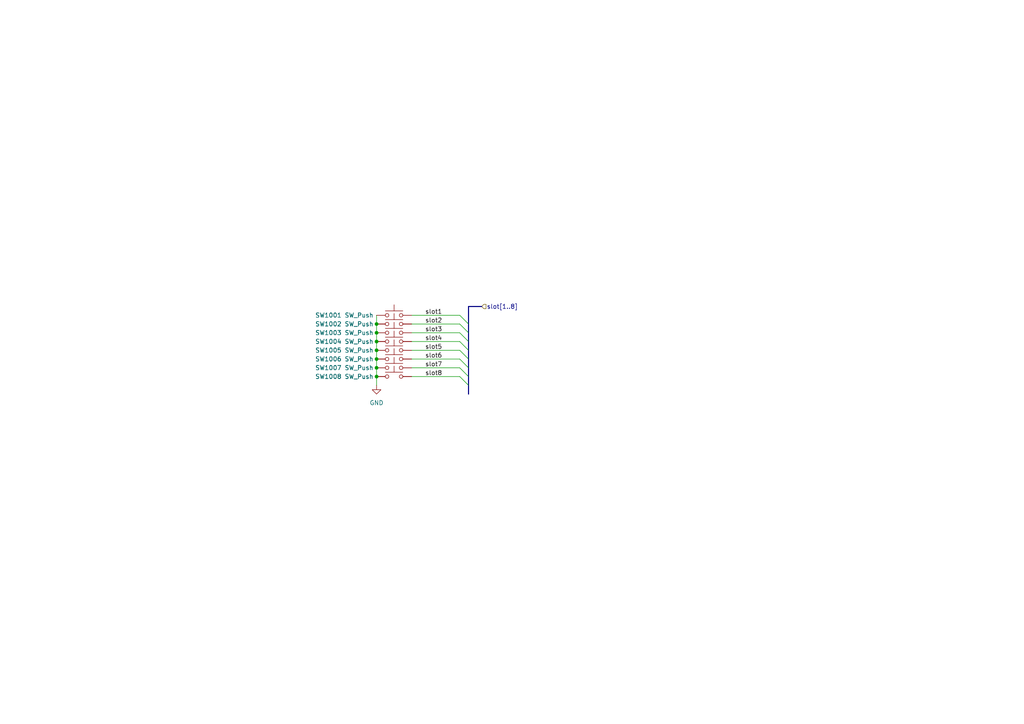
<source format=kicad_sch>
(kicad_sch (version 20230121) (generator eeschema)
  (paper "A4")
  (lib_symbols
    (symbol "custom_kicad_lib_sk:tactile_SMD_6mm" (pin_numbers hide) (pin_names (offset 1.016) hide)
      (property "Reference" "SW" (at 1.27 2.54 0))
      (property "Value" "SW_Push" (at 0 -1.524 0))
      (symbol "tactile_SMD_6mm_0_1"
        (circle (center -2.032 0) (radius 0.508))
        (polyline (pts (xy 0 1.27) (xy 0 3.048)))
        (polyline (pts (xy 2.54 1.27) (xy -2.54 1.27)))
        (circle (center 2.032 0) (radius 0.508))
        (pin passive line (at -5.08 0 0) (length 2.54) (name "1") (number "1"))
        (pin passive line (at 5.08 0 180) (length 2.54) (name "2") (number "2"))
      )
    )
    (symbol "power:GND" (power) (pin_names (offset 0))
      (property "Value" "GND" (at 0 -3.81 0))
      (symbol "GND_0_1"
        (polyline (pts (xy 0 0) (xy 0 -1.27) (xy 1.27 -1.27) (xy 0 -2.54) (xy -1.27 -1.27) (xy 0 -1.27)))
      )
      (symbol "GND_1_1"
        (pin power_in line (at 0 0 270) (length 0) hide (name "GND") (number "1"))
      )
    )
  )
  (junction (at 109.22 99.06))
  (junction (at 109.22 101.6))
  (junction (at 109.22 96.52))
  (junction (at 109.22 109.22))
  (junction (at 109.22 106.68))
  (junction (at 109.22 104.14))
  (junction (at 109.22 93.98))
  (bus_entry (at 133.35 93.98) (size 2.54 2.54))
  (bus_entry (at 133.35 96.52) (size 2.54 2.54))
  (bus_entry (at 133.35 99.06) (size 2.54 2.54))
  (bus_entry (at 133.35 91.44) (size 2.54 2.54))
  (bus_entry (at 133.35 101.6) (size 2.54 2.54))
  (bus_entry (at 133.35 106.68) (size 2.54 2.54))
  (bus_entry (at 133.35 109.22) (size 2.54 2.54))
  (bus_entry (at 133.35 104.14) (size 2.54 2.54))
  (wire (pts (xy 119.38 104.14) (xy 133.35 104.14)))
  (wire (pts (xy 109.22 104.14) (xy 109.22 106.68)))
  (bus (pts (xy 135.89 114.3) (xy 135.89 111.76)))
  (bus (pts (xy 135.89 101.6) (xy 135.89 99.06)))
  (wire (pts (xy 109.22 91.44) (xy 109.22 93.98)))
  (wire (pts (xy 119.38 91.44) (xy 133.35 91.44)))
  (wire (pts (xy 109.22 96.52) (xy 109.22 99.06)))
  (bus (pts (xy 135.89 96.52) (xy 135.89 93.98)))
  (bus (pts (xy 135.89 111.76) (xy 135.89 109.22)))
  (wire (pts (xy 109.22 101.6) (xy 109.22 104.14)))
  (wire (pts (xy 119.38 93.98) (xy 133.35 93.98)))
  (bus (pts (xy 135.89 109.22) (xy 135.89 106.68)))
  (wire (pts (xy 109.22 106.68) (xy 109.22 109.22)))
  (bus (pts (xy 135.89 106.68) (xy 135.89 104.14)))
  (wire (pts (xy 119.38 99.06) (xy 133.35 99.06)))
  (wire (pts (xy 119.38 101.6) (xy 133.35 101.6)))
  (wire (pts (xy 119.38 109.22) (xy 133.35 109.22)))
  (wire (pts (xy 109.22 99.06) (xy 109.22 101.6)))
  (bus (pts (xy 135.89 99.06) (xy 135.89 96.52)))
  (wire (pts (xy 109.22 109.22) (xy 109.22 111.76)))
  (wire (pts (xy 119.38 96.52) (xy 133.35 96.52)))
  (bus (pts (xy 135.89 93.98) (xy 135.89 88.9)))
  (bus (pts (xy 135.89 88.9) (xy 139.7 88.9)))
  (wire (pts (xy 119.38 106.68) (xy 133.35 106.68)))
  (wire (pts (xy 109.22 93.98) (xy 109.22 96.52)))
  (bus (pts (xy 135.89 104.14) (xy 135.89 101.6)))
  (label "slot6" (at 128.27 104.14 180))
  (label "slot5" (at 128.27 101.6 180))
  (label "slot7" (at 128.27 106.68 180))
  (label "slot2" (at 128.27 93.98 180))
  (label "slot4" (at 128.27 99.06 180))
  (label "slot3" (at 128.27 96.52 180))
  (label "slot1" (at 128.27 91.44 180))
  (label "slot8" (at 128.27 109.22 180))
  (hierarchical_label "slot[1..8]" (shape input) (at 139.7 88.9 0))
  (symbol (lib_id "custom_kicad_lib_sk:tactile_SMD_6mm") (at 114.3 91.44 0) (unit 1)
    (property "Reference" "SW1001" (at 95.25 91.44 0))
    (property "Value" "SW_Push" (at 104.14 91.44 0))
    (property "Footprint" "Button_Switch_THT:SW_PUSH_6mm_H13mm" (effects hide))
    (property "JLCPCB Part#" "C294567" (effects hide))
  )
  (symbol (lib_id "custom_kicad_lib_sk:tactile_SMD_6mm") (at 114.3 101.6 0) (unit 1)
    (property "Reference" "SW1005" (at 95.25 101.6 0))
    (property "Value" "SW_Push" (at 104.14 101.6 0))
    (property "Footprint" "Button_Switch_THT:SW_PUSH_6mm_H13mm" (effects hide))
    (property "JLCPCB Part#" "C294567" (effects hide))
  )
  (symbol (lib_id "custom_kicad_lib_sk:tactile_SMD_6mm") (at 114.3 93.98 0) (unit 1)
    (property "Reference" "SW1002" (at 95.25 93.98 0))
    (property "Value" "SW_Push" (at 104.14 93.98 0))
    (property "Footprint" "Button_Switch_THT:SW_PUSH_6mm_H13mm" (effects hide))
    (property "JLCPCB Part#" "C294567" (effects hide))
  )
  (symbol (lib_id "custom_kicad_lib_sk:tactile_SMD_6mm") (at 114.3 104.14 0) (unit 1)
    (property "Reference" "SW1006" (at 95.25 104.14 0))
    (property "Value" "SW_Push" (at 104.14 104.14 0))
    (property "Footprint" "Button_Switch_THT:SW_PUSH_6mm_H13mm" (effects hide))
    (property "JLCPCB Part#" "C294567" (effects hide))
  )
  (symbol (lib_id "custom_kicad_lib_sk:tactile_SMD_6mm") (at 114.3 96.52 0) (unit 1)
    (property "Reference" "SW1003" (at 95.25 96.52 0))
    (property "Value" "SW_Push" (at 104.14 96.52 0))
    (property "Footprint" "Button_Switch_THT:SW_PUSH_6mm_H13mm" (effects hide))
    (property "JLCPCB Part#" "C294567" (effects hide))
  )
  (symbol (lib_id "custom_kicad_lib_sk:tactile_SMD_6mm") (at 114.3 106.68 0) (unit 1)
    (property "Reference" "SW1007" (at 95.25 106.68 0))
    (property "Value" "SW_Push" (at 104.14 106.68 0))
    (property "Footprint" "Button_Switch_THT:SW_PUSH_6mm_H13mm" (effects hide))
    (property "JLCPCB Part#" "C294567" (effects hide))
  )
  (symbol (lib_id "custom_kicad_lib_sk:tactile_SMD_6mm") (at 114.3 99.06 0) (unit 1)
    (property "Reference" "SW1004" (at 95.25 99.06 0))
    (property "Value" "SW_Push" (at 104.14 99.06 0))
    (property "Footprint" "Button_Switch_THT:SW_PUSH_6mm_H13mm" (effects hide))
    (property "JLCPCB Part#" "C294567" (effects hide))
  )
  (symbol (lib_id "custom_kicad_lib_sk:tactile_SMD_6mm") (at 114.3 109.22 0) (unit 1)
    (property "Reference" "SW1008" (at 95.25 109.22 0))
    (property "Value" "SW_Push" (at 104.14 109.22 0))
    (property "Footprint" "Button_Switch_THT:SW_PUSH_6mm_H13mm" (effects hide))
    (property "JLCPCB Part#" "C294567" (effects hide))
  )
  (symbol (lib_id "power:GND") (at 109.22 111.76 0) (unit 1)
    (property "Reference" "#PWR026" (effects hide))
    (property "Value" "GND" (at 109.22 116.84 0))
  )
)
</source>
